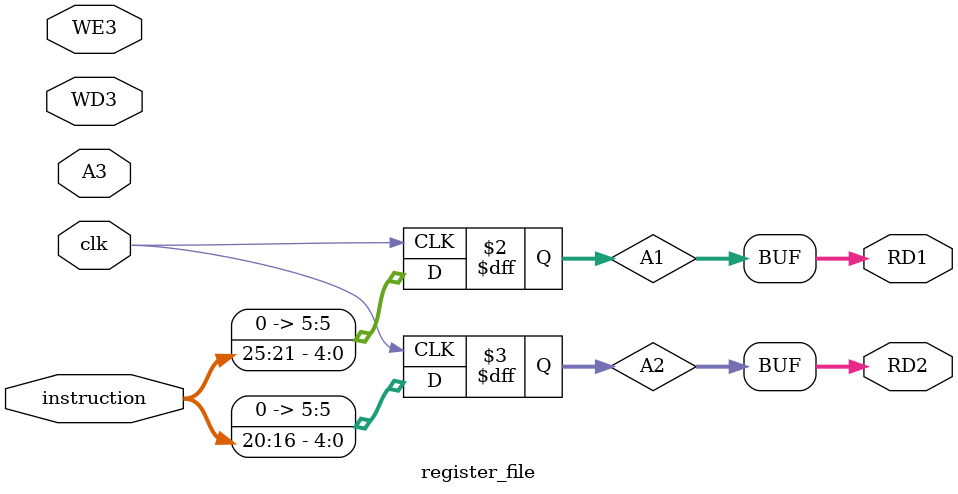
<source format=sv>
/**

	Register file

**/
module register_file ( 
	input clk,
	input [31:0] instruction,	
   input [31:0] A3,
	
	input [31:0] WD3,
	input WE3,

   output reg [5:0] RD1,
	output reg [5:0] RD2
	);
	
	reg [5:0] A1, A2;//, A3, WD3;
 
   always @ (posedge clk) begin
		
		A1 <= instruction[25:21];
		A2 <= instruction[20:16];
		
   end
	
	assign RD1 = A1;
	assign RD2 = A2;
	
endmodule
 
</source>
